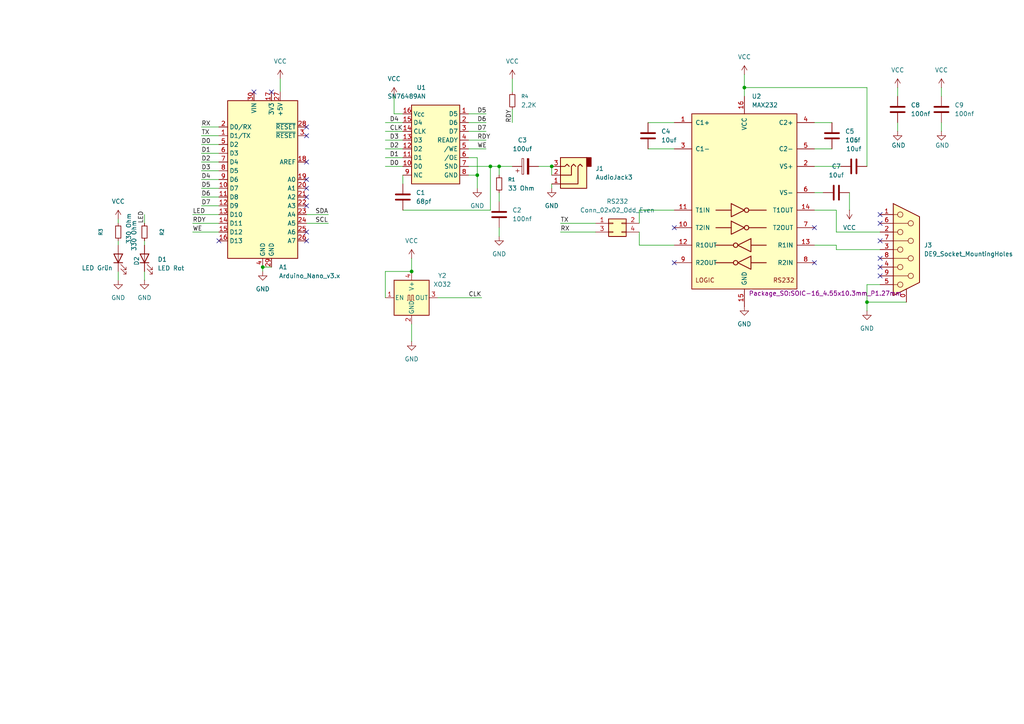
<source format=kicad_sch>
(kicad_sch (version 20250114) (generator "eeschema") (generator_version "9.0")
  (paper "A4")
  (lib_symbols
    (symbol "Audio:SN76489AN"
      (property "Reference" "U1" (at 2.1433 20.32 0))
      (property "Value" "SN76489AN" (at 2.1433 17.78 0))
      (symbol "SN76489AN_0_0"
        (rectangle (start -7.62 15.24) (end 6.35 -7.62) (stroke (width 0.254)) (fill (type background)))
      )
      (symbol "SN76489AN_1_1"
        (pin input line (at -10.16 12.7 0) (length 2.54) (name "D5") (number "1"))
        (pin input line (at -10.16 10.16 0) (length 2.54) (name "D6") (number "2"))
        (pin input line (at -10.16 7.62 0) (length 2.54) (name "D7") (number "3"))
        (pin open_collector line (at -10.16 5.08 0) (length 2.54) (name "READY") (number "4"))
        (pin input line (at -10.16 2.54 0) (length 2.54) (name "/WE") (number "5"))
        (pin input line (at -10.16 0 0) (length 2.54) (name "/OE") (number "6"))
        (pin output line (at -10.16 -2.54 0) (length 2.54) (name "SND") (number "7"))
        (pin power_in line (at -10.16 -5.08 0) (length 2.54) (name "GND") (number "8"))
        (pin power_in line (at 8.89 12.7 180) (length 2.54) (name "V_{CC}") (number "16"))
        (pin output line (at 8.89 10.16 180) (length 2.54) (name "D4") (number "15"))
        (pin input line (at 8.89 7.62 180) (length 2.54) (name "CLK") (number "14"))
        (pin input line (at 8.89 5.08 180) (length 2.54) (name "D3") (number "13"))
        (pin input line (at 8.89 2.54 180) (length 2.54) (name "D2") (number "12"))
        (pin input line (at 8.89 0 180) (length 2.54) (name "D1") (number "11"))
        (pin input line (at 8.89 -2.54 180) (length 2.54) (name "D0") (number "10"))
        (pin input line (at 8.89 -5.08 180) (length 2.54) (name "NC") (number "9"))
      )
    )
    (symbol "Connector:DE9_Socket_MountingHoles" (pin_names (offset 1.016) (hide yes))
      (property "Reference" "J" (at 0 16.51 0))
      (property "Value" "DE9_Socket_MountingHoles" (at 0 14.605 0))
      (symbol "DE9_Socket_MountingHoles_0_1"
        (polyline (pts (xy -3.81 13.335) (xy -3.81 -13.335) (xy 3.81 -9.525) (xy 3.81 9.525) (xy -3.81 13.335)) (stroke (width 0.254)) (fill (type background)))
        (polyline (pts (xy -3.81 10.16) (xy -2.54 10.16)))
        (polyline (pts (xy -3.81 7.62) (xy 0.508 7.62)))
        (polyline (pts (xy -3.81 5.08) (xy -2.54 5.08)))
        (polyline (pts (xy -3.81 2.54) (xy 0.508 2.54)))
        (polyline (pts (xy -3.81 0) (xy -2.54 0)))
        (polyline (pts (xy -3.81 -2.54) (xy 0.508 -2.54)))
        (polyline (pts (xy -3.81 -5.08) (xy -2.54 -5.08)))
        (polyline (pts (xy -3.81 -7.62) (xy 0.508 -7.62)))
        (polyline (pts (xy -3.81 -10.16) (xy -2.54 -10.16)))
        (circle (center -1.778 10.16) (radius 0.762))
        (circle (center -1.778 5.08) (radius 0.762))
        (circle (center -1.778 0) (radius 0.762))
        (circle (center -1.778 -5.08) (radius 0.762))
        (circle (center -1.778 -10.16) (radius 0.762))
        (circle (center 1.27 7.62) (radius 0.762))
        (circle (center 1.27 2.54) (radius 0.762))
        (circle (center 1.27 -2.54) (radius 0.762))
        (circle (center 1.27 -7.62) (radius 0.762))
      )
      (symbol "DE9_Socket_MountingHoles_1_1"
        (pin passive line (at -7.62 10.16 0) (length 3.81) (name "1") (number "1"))
        (pin passive line (at -7.62 7.62 0) (length 3.81) (name "6") (number "6"))
        (pin passive line (at -7.62 5.08 0) (length 3.81) (name "2") (number "2"))
        (pin passive line (at -7.62 2.54 0) (length 3.81) (name "7") (number "7"))
        (pin passive line (at -7.62 0 0) (length 3.81) (name "3") (number "3"))
        (pin passive line (at -7.62 -2.54 0) (length 3.81) (name "8") (number "8"))
        (pin passive line (at -7.62 -5.08 0) (length 3.81) (name "4") (number "4"))
        (pin passive line (at -7.62 -7.62 0) (length 3.81) (name "9") (number "9"))
        (pin passive line (at -7.62 -10.16 0) (length 3.81) (name "5") (number "5"))
        (pin passive line (at 0 -15.24 90) (length 3.81) (name "PAD") (number "0"))
      )
    )
    (symbol "Connector_Audio:AudioJack3"
      (property "Reference" "J1" (at -7.62 -1.9051 0))
      (property "Value" "AudioJack3" (at -7.62 0.6349 0))
      (symbol "AudioJack3_0_1"
        (rectangle (start -5.08 -5.08) (end -6.35 -2.54) (stroke (width 0.254)) (fill (type outline)))
        (polyline (pts (xy -1.905 -2.54) (xy -1.27 -3.175) (xy -0.635 -2.54) (xy -0.635 0) (xy 2.54 0)) (stroke (width 0.254)))
        (polyline (pts (xy 0 -2.54) (xy 0.635 -3.175) (xy 1.27 -2.54) (xy 2.54 -2.54)) (stroke (width 0.254)))
        (rectangle (start 2.54 3.81) (end -5.08 -5.08) (stroke (width 0.254)) (fill (type background)))
        (polyline (pts (xy 2.54 2.54) (xy -2.54 2.54) (xy -2.54 -2.54) (xy -3.175 -3.175) (xy -3.81 -2.54)) (stroke (width 0.254)))
      )
      (symbol "AudioJack3_1_1"
        (pin passive line (at 5.08 2.54 180) (length 2.54) (name "~") (number "1"))
        (pin passive line (at 5.08 0 180) (length 2.54) (name "~") (number "2"))
        (pin passive line (at 5.08 -2.54 180) (length 2.54) (name "~") (number "3"))
      )
    )
    (symbol "Connector_Generic:Conn_02x02_Odd_Even" (pin_names (offset 1.016) (hide yes))
      (property "Reference" "J" (at 1.27 2.54 0))
      (property "Value" "Conn_02x02_Odd_Even" (at 1.27 -5.08 0))
      (symbol "Conn_02x02_Odd_Even_1_1"
        (rectangle (start -1.27 1.27) (end 3.81 -3.81) (stroke (width 0.254)) (fill (type background)))
        (rectangle (start -1.27 0.127) (end 0 -0.127) (stroke (width 0.1524)))
        (rectangle (start -1.27 -2.413) (end 0 -2.667) (stroke (width 0.1524)))
        (rectangle (start 3.81 0.127) (end 2.54 -0.127) (stroke (width 0.1524)))
        (rectangle (start 3.81 -2.413) (end 2.54 -2.667) (stroke (width 0.1524)))
        (pin passive line (at -5.08 0 0) (length 3.81) (name "Pin_1") (number "1"))
        (pin passive line (at -5.08 -2.54 0) (length 3.81) (name "Pin_3") (number "3"))
        (pin passive line (at 7.62 0 180) (length 3.81) (name "Pin_2") (number "2"))
        (pin passive line (at 7.62 -2.54 180) (length 3.81) (name "Pin_4") (number "4"))
      )
    )
    (symbol "Device:C" (pin_numbers (hide yes)) (pin_names (offset 0.254))
      (property "Reference" "C" (at 0.635 2.54 0))
      (property "Value" "C" (at 0.635 -2.54 0))
      (symbol "C_0_1"
        (polyline (pts (xy -2.032 0.762) (xy 2.032 0.762)) (stroke (width 0.508)))
        (polyline (pts (xy -2.032 -0.762) (xy 2.032 -0.762)) (stroke (width 0.508)))
      )
      (symbol "C_1_1"
        (pin passive line (at 0 3.81 270) (length 2.794) (name "~") (number "1"))
        (pin passive line (at 0 -3.81 90) (length 2.794) (name "~") (number "2"))
      )
    )
    (symbol "Device:C_Polarized" (pin_numbers (hide yes)) (pin_names (offset 0.254))
      (property "Reference" "C" (at 0.635 2.54 0))
      (property "Value" "C_Polarized" (at 0.635 -2.54 0))
      (symbol "C_Polarized_0_1"
        (rectangle (start -2.286 0.508) (end 2.286 1.016))
        (polyline (pts (xy -1.778 2.286) (xy -0.762 2.286)))
        (polyline (pts (xy -1.27 2.794) (xy -1.27 1.778)))
        (rectangle (start 2.286 -0.508) (end -2.286 -1.016) (fill (type outline)))
      )
      (symbol "C_Polarized_1_1"
        (pin passive line (at 0 3.81 270) (length 2.794) (name "~") (number "1"))
        (pin passive line (at 0 -3.81 90) (length 2.794) (name "~") (number "2"))
      )
    )
    (symbol "Device:LED" (pin_numbers (hide yes)) (pin_names (offset 1.016) (hide yes))
      (property "Reference" "D" (at 0 2.54 0))
      (property "Value" "LED" (at 0 -2.54 0))
      (symbol "LED_0_1"
        (polyline (pts (xy -3.048 -0.762) (xy -4.572 -2.286) (xy -3.81 -2.286) (xy -4.572 -2.286) (xy -4.572 -1.524)))
        (polyline (pts (xy -1.778 -0.762) (xy -3.302 -2.286) (xy -2.54 -2.286) (xy -3.302 -2.286) (xy -3.302 -1.524)))
        (polyline (pts (xy -1.27 0) (xy 1.27 0)))
        (polyline (pts (xy -1.27 -1.27) (xy -1.27 1.27)) (stroke (width 0.254)))
        (polyline (pts (xy 1.27 -1.27) (xy 1.27 1.27) (xy -1.27 0) (xy 1.27 -1.27)) (stroke (width 0.254)))
      )
      (symbol "LED_1_1"
        (pin passive line (at -3.81 0 0) (length 2.54) (name "K") (number "1"))
        (pin passive line (at 3.81 0 180) (length 2.54) (name "A") (number "2"))
      )
    )
    (symbol "Device:R_Small" (pin_numbers (hide yes)) (pin_names (offset 0.254) (hide yes))
      (property "Reference" "R" (at 0 0 90))
      (property "Value" "R_Small" (at 1.778 0 90))
      (symbol "R_Small_0_1"
        (rectangle (start -0.762 1.778) (end 0.762 -1.778) (stroke (width 0.2032)))
      )
      (symbol "R_Small_1_1"
        (pin passive line (at 0 2.54 270) (length 0.762) (name "~") (number "1"))
        (pin passive line (at 0 -2.54 90) (length 0.762) (name "~") (number "2"))
      )
    )
    (symbol "Interface_UART:MAX232" (pin_names (offset 1.016))
      (property "Reference" "U" (at -2.54 28.575 0))
      (property "Value" "MAX232" (at -2.54 26.67 0))
      (symbol "MAX232_0_0"
        (text "LOGIC" (at -11.43 -22.86 0) (effects (font (size 1.27 1.27))))
        (text "RS232" (at 11.43 -22.86 0) (effects (font (size 1.27 1.27))))
      )
      (symbol "MAX232_0_1"
        (rectangle (start -15.24 -25.4) (end 15.24 25.4) (stroke (width 0.254)) (fill (type background)))
        (polyline (pts (xy -3.81 -0.635) (xy -3.81 -4.445) (xy 0 -2.54) (xy -3.81 -0.635)) (stroke (width 0.254)))
        (polyline (pts (xy -3.81 -2.54) (xy -8.255 -2.54)) (stroke (width 0.254)))
        (polyline (pts (xy -3.81 -5.715) (xy -3.81 -9.525) (xy 0 -7.62) (xy -3.81 -5.715)) (stroke (width 0.254)))
        (polyline (pts (xy -3.81 -7.62) (xy -8.255 -7.62)) (stroke (width 0.254)))
        (polyline (pts (xy -3.175 -12.7) (xy -8.255 -12.7)) (stroke (width 0.254)))
        (polyline (pts (xy -3.175 -17.78) (xy -8.255 -17.78)) (stroke (width 0.254)))
        (circle (center -2.54 -12.7) (radius 0.635) (stroke (width 0.254)))
        (circle (center -2.54 -17.78) (radius 0.635) (stroke (width 0.254)))
        (circle (center 0.635 -2.54) (radius 0.635) (stroke (width 0.254)))
        (circle (center 0.635 -7.62) (radius 0.635) (stroke (width 0.254)))
        (polyline (pts (xy 1.27 -2.54) (xy 6.35 -2.54)) (stroke (width 0.254)))
        (polyline (pts (xy 1.27 -7.62) (xy 6.35 -7.62)) (stroke (width 0.254)))
        (polyline (pts (xy 1.905 -10.795) (xy 1.905 -14.605) (xy -1.905 -12.7) (xy 1.905 -10.795)) (stroke (width 0.254)))
        (polyline (pts (xy 1.905 -12.7) (xy 6.35 -12.7)) (stroke (width 0.254)))
        (polyline (pts (xy 1.905 -15.875) (xy 1.905 -19.685) (xy -1.905 -17.78) (xy 1.905 -15.875)) (stroke (width 0.254)))
        (polyline (pts (xy 1.905 -17.78) (xy 6.35 -17.78)) (stroke (width 0.254)))
      )
      (symbol "MAX232_1_1"
        (pin passive line (at -20.32 22.86 0) (length 5.08) (name "C1+") (number "1"))
        (pin passive line (at -20.32 15.24 0) (length 5.08) (name "C1-") (number "3"))
        (pin input line (at -20.32 -2.54 0) (length 5.08) (name "T1IN") (number "11"))
        (pin input line (at -20.32 -7.62 0) (length 5.08) (name "T2IN") (number "10"))
        (pin output line (at -20.32 -12.7 0) (length 5.08) (name "R1OUT") (number "12"))
        (pin output line (at -20.32 -17.78 0) (length 5.08) (name "R2OUT") (number "9"))
        (pin power_in line (at 0 30.48 270) (length 5.08) (name "VCC") (number "16"))
        (pin power_in line (at 0 -30.48 90) (length 5.08) (name "GND") (number "15"))
        (pin passive line (at 20.32 22.86 180) (length 5.08) (name "C2+") (number "4"))
        (pin passive line (at 20.32 15.24 180) (length 5.08) (name "C2-") (number "5"))
        (pin power_out line (at 20.32 10.16 180) (length 5.08) (name "VS+") (number "2"))
        (pin power_out line (at 20.32 2.54 180) (length 5.08) (name "VS-") (number "6"))
        (pin output line (at 20.32 -2.54 180) (length 5.08) (name "T1OUT") (number "14"))
        (pin output line (at 20.32 -7.62 180) (length 5.08) (name "T2OUT") (number "7"))
        (pin input line (at 20.32 -12.7 180) (length 5.08) (name "R1IN") (number "13"))
        (pin input line (at 20.32 -17.78 180) (length 5.08) (name "R2IN") (number "8"))
      )
    )
    (symbol "MCU_Module:Arduino_Nano_v3.x"
      (property "Reference" "A" (at -10.16 23.495 0))
      (property "Value" "Arduino_Nano_v3.x" (at 5.08 -24.13 0))
      (symbol "Arduino_Nano_v3.x_0_1"
        (rectangle (start -10.16 22.86) (end 10.16 -22.86) (stroke (width 0.254)) (fill (type background)))
      )
      (symbol "Arduino_Nano_v3.x_1_1"
        (pin bidirectional line (at -12.7 15.24 0) (length 2.54) (name "D0/RX") (number "2"))
        (pin bidirectional line (at -12.7 12.7 0) (length 2.54) (name "D1/TX") (number "1"))
        (pin bidirectional line (at -12.7 10.16 0) (length 2.54) (name "D2") (number "5"))
        (pin bidirectional line (at -12.7 7.62 0) (length 2.54) (name "D3") (number "6"))
        (pin bidirectional line (at -12.7 5.08 0) (length 2.54) (name "D4") (number "7"))
        (pin bidirectional line (at -12.7 2.54 0) (length 2.54) (name "D5") (number "8"))
        (pin bidirectional line (at -12.7 0 0) (length 2.54) (name "D6") (number "9"))
        (pin bidirectional line (at -12.7 -2.54 0) (length 2.54) (name "D7") (number "10"))
        (pin bidirectional line (at -12.7 -5.08 0) (length 2.54) (name "D8") (number "11"))
        (pin bidirectional line (at -12.7 -7.62 0) (length 2.54) (name "D9") (number "12"))
        (pin bidirectional line (at -12.7 -10.16 0) (length 2.54) (name "D10") (number "13"))
        (pin bidirectional line (at -12.7 -12.7 0) (length 2.54) (name "D11") (number "14"))
        (pin bidirectional line (at -12.7 -15.24 0) (length 2.54) (name "D12") (number "15"))
        (pin bidirectional line (at -12.7 -17.78 0) (length 2.54) (name "D13") (number "16"))
        (pin power_in line (at -2.54 25.4 270) (length 2.54) (name "VIN") (number "30"))
        (pin power_in line (at 0 -25.4 90) (length 2.54) (name "GND") (number "4"))
        (pin power_out line (at 2.54 25.4 270) (length 2.54) (name "3V3") (number "17"))
        (pin power_in line (at 2.54 -25.4 90) (length 2.54) (name "GND") (number "29"))
        (pin power_out line (at 5.08 25.4 270) (length 2.54) (name "+5V") (number "27"))
        (pin input line (at 12.7 15.24 180) (length 2.54) (name "~{RESET}") (number "28"))
        (pin input line (at 12.7 12.7 180) (length 2.54) (name "~{RESET}") (number "3"))
        (pin input line (at 12.7 5.08 180) (length 2.54) (name "AREF") (number "18"))
        (pin bidirectional line (at 12.7 0 180) (length 2.54) (name "A0") (number "19"))
        (pin bidirectional line (at 12.7 -2.54 180) (length 2.54) (name "A1") (number "20"))
        (pin bidirectional line (at 12.7 -5.08 180) (length 2.54) (name "A2") (number "21"))
        (pin bidirectional line (at 12.7 -7.62 180) (length 2.54) (name "A3") (number "22"))
        (pin bidirectional line (at 12.7 -10.16 180) (length 2.54) (name "A4") (number "23"))
        (pin bidirectional line (at 12.7 -12.7 180) (length 2.54) (name "A5") (number "24"))
        (pin bidirectional line (at 12.7 -15.24 180) (length 2.54) (name "A6") (number "25"))
        (pin bidirectional line (at 12.7 -17.78 180) (length 2.54) (name "A7") (number "26"))
      )
    )
    (symbol "Oscillator:XO32" (pin_names (offset 0.254))
      (property "Reference" "Y" (at -5.08 6.35 0))
      (property "Value" "XO32" (at 1.27 -6.35 0))
      (symbol "XO32_0_1"
        (rectangle (start -5.08 5.08) (end 5.08 -5.08) (stroke (width 0.254)) (fill (type background)))
        (polyline (pts (xy -1.27 -0.762) (xy -1.016 -0.762) (xy -1.016 0.762) (xy -0.508 0.762) (xy -0.508 -0.762) (xy 0 -0.762) (xy 0 0.762) (xy 0.508 0.762) (xy 0.508 -0.762) (xy 0.762 -0.762)))
      )
      (symbol "XO32_1_1"
        (pin input line (at -7.62 0 0) (length 2.54) (name "EN") (number "1"))
        (pin power_in line (at 0 7.62 270) (length 2.54) (name "V+") (number "4"))
        (pin power_in line (at 0 -7.62 90) (length 2.54) (name "GND") (number "2"))
        (pin output line (at 7.62 0 180) (length 2.54) (name "OUT") (number "3"))
      )
    )
    (symbol "power:GND" (power) (pin_numbers (hide yes)) (pin_names (offset 0) (hide yes))
      (property "Value" "GND" (at 0 -3.81 0))
      (symbol "GND_0_1"
        (polyline (pts (xy 0 0) (xy 0 -1.27) (xy 1.27 -1.27) (xy 0 -2.54) (xy -1.27 -1.27) (xy 0 -1.27)))
      )
      (symbol "GND_1_1"
        (pin power_in line (at 0 0 270) (length 0) (name "~") (number "1"))
      )
    )
    (symbol "power:VCC" (power) (pin_numbers (hide yes)) (pin_names (offset 0) (hide yes))
      (property "Value" "VCC" (at 0 3.556 0))
      (symbol "VCC_0_1"
        (polyline (pts (xy -0.762 1.27) (xy 0 2.54)))
        (polyline (pts (xy 0 2.54) (xy 0.762 1.27)))
        (polyline (pts (xy 0 0) (xy 0 2.54)))
      )
      (symbol "VCC_1_1"
        (pin power_in line (at 0 0 90) (length 0) (name "~") (number "1"))
      )
    )
  )
  (junction (at 76.2 77.47))
  (junction (at 119.38 78.74))
  (junction (at 142.24 48.26))
  (junction (at 251.46 87.63))
  (junction (at 144.78 48.26))
  (junction (at 160.02 48.26))
  (junction (at 138.43 50.8))
  (junction (at 215.9 25.4))
  (no_connect (at 236.22 76.2))
  (no_connect (at 255.27 64.77))
  (no_connect (at 88.9 59.69))
  (no_connect (at 88.9 57.15))
  (no_connect (at 236.22 66.04))
  (no_connect (at 195.58 76.2))
  (no_connect (at 88.9 67.31))
  (no_connect (at 255.27 77.47))
  (no_connect (at 73.66 26.67))
  (no_connect (at 88.9 52.07))
  (no_connect (at 255.27 62.23))
  (no_connect (at 88.9 39.37))
  (no_connect (at 88.9 36.83))
  (no_connect (at 88.9 46.99))
  (no_connect (at 78.74 26.67))
  (no_connect (at 88.9 69.85))
  (no_connect (at 255.27 74.93))
  (no_connect (at 88.9 54.61))
  (no_connect (at 255.27 69.85))
  (no_connect (at 195.58 66.04))
  (no_connect (at 255.27 80.01))
  (no_connect (at 63.5 69.85))
  (wire (pts (xy 41.91 69.85) (xy 41.91 71.12)))
  (wire (pts (xy 58.42 49.53) (xy 63.5 49.53)))
  (wire (pts (xy 88.9 64.77) (xy 95.25 64.77)))
  (wire (pts (xy 58.42 52.07) (xy 63.5 52.07)))
  (wire (pts (xy 187.96 35.56) (xy 195.58 35.56)))
  (wire (pts (xy 127 86.36) (xy 139.7 86.36)))
  (wire (pts (xy 135.89 35.56) (xy 140.97 35.56)))
  (wire (pts (xy 260.35 25.4) (xy 260.35 27.94)))
  (wire (pts (xy 236.22 35.56) (xy 241.3 35.56)))
  (wire (pts (xy 81.28 22.86) (xy 81.28 26.67)))
  (wire (pts (xy 111.76 78.74) (xy 111.76 86.36)))
  (wire (pts (xy 88.9 62.23) (xy 95.25 62.23)))
  (wire (pts (xy 119.38 74.93) (xy 119.38 78.74)))
  (wire (pts (xy 41.91 62.23) (xy 41.91 64.77)))
  (wire (pts (xy 135.89 38.1) (xy 140.97 38.1)))
  (wire (pts (xy 135.89 43.18) (xy 140.97 43.18)))
  (wire (pts (xy 111.76 35.56) (xy 116.84 35.56)))
  (wire (pts (xy 251.46 82.55) (xy 251.46 87.63)))
  (wire (pts (xy 251.46 87.63) (xy 251.46 90.17)))
  (wire (pts (xy 58.42 54.61) (xy 63.5 54.61)))
  (wire (pts (xy 187.96 43.18) (xy 195.58 43.18)))
  (wire (pts (xy 160.02 53.34) (xy 160.02 54.61)))
  (wire (pts (xy 114.3 27.94) (xy 114.3 33.02)))
  (wire (pts (xy 34.29 69.85) (xy 34.29 71.12)))
  (wire (pts (xy 135.89 40.64) (xy 140.97 40.64)))
  (wire (pts (xy 160.02 48.26) (xy 160.02 50.8)))
  (wire (pts (xy 144.78 66.04) (xy 144.78 68.58)))
  (wire (pts (xy 58.42 44.45) (xy 63.5 44.45)))
  (wire (pts (xy 255.27 72.39) (xy 242.57 72.39)))
  (wire (pts (xy 260.35 35.56) (xy 260.35 38.1)))
  (wire (pts (xy 236.22 43.18) (xy 241.3 43.18)))
  (wire (pts (xy 215.9 25.4) (xy 215.9 27.94)))
  (wire (pts (xy 116.84 50.8) (xy 116.84 53.34)))
  (wire (pts (xy 148.59 22.86) (xy 148.59 26.67)))
  (wire (pts (xy 55.88 64.77) (xy 63.5 64.77)))
  (wire (pts (xy 116.84 60.96) (xy 142.24 60.96)))
  (wire (pts (xy 273.05 25.4) (xy 273.05 27.94)))
  (wire (pts (xy 135.89 45.72) (xy 138.43 45.72)))
  (wire (pts (xy 242.57 67.31) (xy 255.27 67.31)))
  (wire (pts (xy 58.42 59.69) (xy 63.5 59.69)))
  (wire (pts (xy 135.89 48.26) (xy 142.24 48.26)))
  (wire (pts (xy 242.57 60.96) (xy 242.57 67.31)))
  (wire (pts (xy 55.88 62.23) (xy 63.5 62.23)))
  (wire (pts (xy 76.2 77.47) (xy 76.2 78.74)))
  (wire (pts (xy 148.59 31.75) (xy 148.59 35.56)))
  (wire (pts (xy 144.78 50.8) (xy 144.78 48.26)))
  (wire (pts (xy 251.46 48.26) (xy 251.46 25.4)))
  (wire (pts (xy 111.76 40.64) (xy 116.84 40.64)))
  (wire (pts (xy 119.38 78.74) (xy 111.76 78.74)))
  (wire (pts (xy 135.89 33.02) (xy 140.97 33.02)))
  (wire (pts (xy 273.05 35.56) (xy 273.05 38.1)))
  (wire (pts (xy 242.57 71.12) (xy 236.22 71.12)))
  (wire (pts (xy 215.9 21.59) (xy 215.9 25.4)))
  (wire (pts (xy 236.22 48.26) (xy 243.84 48.26)))
  (wire (pts (xy 144.78 48.26) (xy 148.59 48.26)))
  (wire (pts (xy 111.76 43.18) (xy 116.84 43.18)))
  (wire (pts (xy 111.76 38.1) (xy 116.84 38.1)))
  (wire (pts (xy 185.42 60.96) (xy 195.58 60.96)))
  (wire (pts (xy 251.46 87.63) (xy 262.89 87.63)))
  (wire (pts (xy 34.29 78.74) (xy 34.29 81.28)))
  (wire (pts (xy 41.91 78.74) (xy 41.91 81.28)))
  (wire (pts (xy 251.46 25.4) (xy 215.9 25.4)))
  (wire (pts (xy 58.42 46.99) (xy 63.5 46.99)))
  (wire (pts (xy 162.56 64.77) (xy 172.72 64.77)))
  (wire (pts (xy 162.56 67.31) (xy 172.72 67.31)))
  (wire (pts (xy 185.42 60.96) (xy 185.42 64.77)))
  (wire (pts (xy 142.24 48.26) (xy 144.78 48.26)))
  (wire (pts (xy 58.42 57.15) (xy 63.5 57.15)))
  (wire (pts (xy 255.27 82.55) (xy 251.46 82.55)))
  (wire (pts (xy 111.76 48.26) (xy 116.84 48.26)))
  (wire (pts (xy 144.78 55.88) (xy 144.78 58.42)))
  (wire (pts (xy 55.88 67.31) (xy 63.5 67.31)))
  (wire (pts (xy 156.21 48.26) (xy 160.02 48.26)))
  (wire (pts (xy 138.43 45.72) (xy 138.43 50.8)))
  (wire (pts (xy 138.43 50.8) (xy 138.43 54.61)))
  (wire (pts (xy 138.43 50.8) (xy 135.89 50.8)))
  (wire (pts (xy 58.42 41.91) (xy 63.5 41.91)))
  (wire (pts (xy 116.84 33.02) (xy 114.3 33.02)))
  (wire (pts (xy 58.42 39.37) (xy 63.5 39.37)))
  (wire (pts (xy 142.24 48.26) (xy 142.24 60.96)))
  (wire (pts (xy 246.38 55.88) (xy 246.38 60.96)))
  (wire (pts (xy 185.42 71.12) (xy 195.58 71.12)))
  (wire (pts (xy 76.2 77.47) (xy 78.74 77.47)))
  (wire (pts (xy 242.57 72.39) (xy 242.57 71.12)))
  (wire (pts (xy 119.38 93.98) (xy 119.38 99.06)))
  (wire (pts (xy 58.42 36.83) (xy 63.5 36.83)))
  (wire (pts (xy 34.29 63.5) (xy 34.29 64.77)))
  (wire (pts (xy 236.22 60.96) (xy 242.57 60.96)))
  (wire (pts (xy 111.76 45.72) (xy 116.84 45.72)))
  (wire (pts (xy 236.22 55.88) (xy 238.76 55.88)))
  (wire (pts (xy 185.42 67.31) (xy 185.42 71.12)))
  (label "D1" (at 58.42 44.45 0))
  (label "D4" (at 58.42 52.07 0))
  (label "RDY" (at 138.43 40.64 0))
  (label "TX" (at 162.56 64.77 0))
  (label "D5" (at 58.42 54.61 0))
  (label "SCL" (at 91.44 64.77 0))
  (label "WE" (at 55.88 67.31 0))
  (label "CLK" (at 113.03 38.1 0))
  (label "D6" (at 58.42 57.15 0))
  (label "D6" (at 138.43 35.56 0))
  (label "RX" (at 58.42 36.83 0))
  (label "D0" (at 58.42 41.91 0))
  (label "D7" (at 58.42 59.69 0))
  (label "TX" (at 58.42 39.37 0))
  (label "LED" (at 41.91 64.77 90))
  (label "D2" (at 113.03 43.18 0))
  (label "D0" (at 113.03 48.26 0))
  (label "D5" (at 138.43 33.02 0))
  (label "RX" (at 162.56 67.31 0))
  (label "LED" (at 55.88 62.23 0))
  (label "D4" (at 113.03 35.56 0))
  (label "D7" (at 138.43 38.1 0))
  (label "D3" (at 113.03 40.64 0))
  (label "D3" (at 58.42 49.53 0))
  (label "D2" (at 58.42 46.99 0))
  (label "RDY" (at 148.59 35.56 90))
  (label "D1" (at 113.03 45.72 0))
  (label "WE" (at 138.43 43.18 0))
  (label "SDA" (at 91.44 62.23 0))
  (label "CLK" (at 135.89 86.36 0))
  (label "RDY" (at 55.88 64.77 0))
  (symbol (lib_id "Device:C") (at 187.96 39.37 180) (unit 1)
    (property "Reference" "C4" (at 191.77 38.0999 0) (effects (justify right)))
    (property "Value" "10uf" (at 191.77 40.6399 0) (effects (justify right)))
    (property "Footprint" "Capacitor_SMD:C_0603_1608Metric_Pad1.08x0.95mm_HandSolder" (effects (hide yes)))
    (property "Description" "Unpolarized capacitor" (effects (hide yes)))
  )
  (symbol (lib_id "Device:R_Small") (at 34.29 67.31 0) (unit 1)
    (property "Reference" "R3" (at 29.21 67.31 90) (effects (font (size 1.016 1.016))))
    (property "Value" "330 Ohm" (at 37.338 66.294 90))
    (property "Footprint" "Resistor_SMD:R_0603_1608Metric_Pad0.98x0.95mm_HandSolder" (effects (hide yes)))
    (property "Description" "Resistor, small symbol" (effects (hide yes)))
  )
  (symbol (lib_id "Device:C") (at 247.65 48.26 270) (unit 1)
    (property "Reference" "C6" (at 247.65 40.64 90))
    (property "Value" "10uf" (at 247.65 43.18 90))
    (property "Footprint" "Capacitor_SMD:C_0603_1608Metric_Pad1.08x0.95mm_HandSolder" (effects (hide yes)))
    (property "Description" "Unpolarized capacitor" (effects (hide yes)))
  )
  (symbol (lib_id "power:GND") (at 251.46 90.17 0) (unit 1)
    (property "Reference" "#PWR017" (effects (hide yes)))
    (property "Value" "GND" (at 251.46 95.25 0))
    (property "Description" "Power symbol creates a global label with name \"GND\" , ground" (effects (hide yes)))
  )
  (symbol (lib_id "Interface_UART:MAX232") (at 215.9 58.42 0) (unit 1)
    (property "Reference" "U2" (at 218.0433 27.94 0) (effects (justify left)))
    (property "Value" "MAX232" (at 218.0433 30.48 0) (effects (justify left)))
    (property "Footprint" "Package_SO:SOIC-16_4.55x10.3mm_P1.27mm" (at 217.17 85.09 0) (effects (justify left)))
    (property "Datasheet" "http://www.ti.com/lit/ds/symlink/max232.pdf" (effects (hide yes)))
    (property "Description" "Dual RS232 driver/receiver, 5V supply, 120kb/s, 0C-70C" (effects (hide yes)))
  )
  (symbol (lib_id "power:GND") (at 260.35 38.1 0) (unit 1)
    (property "Reference" "#PWR07" (effects (hide yes)))
    (property "Value" "GND" (at 260.604 42.164 0))
    (property "Description" "Power symbol creates a global label with name \"GND\" , ground" (effects (hide yes)))
  )
  (symbol (lib_id "Connector_Generic:Conn_02x02_Odd_Even") (at 177.8 64.77 0) (unit 1)
    (property "Reference" "RS232" (at 179.07 58.42 0))
    (property "Value" "Conn_02x02_Odd_Even" (at 179.07 60.96 0))
    (property "Footprint" "Connector_PinHeader_2.54mm:PinHeader_2x02_P2.54mm_Vertical" (effects (hide yes)))
    (property "Description" "Generic connector, double row, 02x02, odd/even pin numbering scheme (row 1 odd numbers, row 2 even numbers), script generated (kicad-library-utils/schlib/autogen/connector/)" (effects (hide yes)))
  )
  (symbol (lib_id "Device:C") (at 273.05 31.75 180) (unit 1)
    (property "Reference" "C9" (at 276.86 30.4799 0) (effects (justify right)))
    (property "Value" "100nf" (at 276.86 33.0199 0) (effects (justify right)))
    (property "Footprint" "Capacitor_SMD:C_0603_1608Metric_Pad1.08x0.95mm_HandSolder" (effects (hide yes)))
    (property "Description" "Unpolarized capacitor" (effects (hide yes)))
  )
  (symbol (lib_id "Device:R_Small") (at 144.78 53.34 0) (unit 1)
    (property "Reference" "R1" (at 147.32 52.0699 0) (effects (font (size 1.016 1.016)) (justify left)))
    (property "Value" "33 Ohm" (at 147.32 54.6099 0) (effects (justify left)))
    (property "Footprint" "Resistor_SMD:R_0603_1608Metric_Pad0.98x0.95mm_HandSolder" (effects (hide yes)))
    (property "Description" "Resistor, small symbol" (effects (hide yes)))
  )
  (symbol (lib_id "power:GND") (at 160.02 54.61 0) (unit 1)
    (property "Reference" "#PWR03" (effects (hide yes)))
    (property "Value" "GND" (at 160.02 59.69 0))
    (property "Description" "Power symbol creates a global label with name \"GND\" , ground" (effects (hide yes)))
  )
  (symbol (lib_id "power:GND") (at 144.78 68.58 0) (unit 1)
    (property "Reference" "#PWR01" (effects (hide yes)))
    (property "Value" "GND" (at 144.78 73.66 0))
    (property "Description" "Power symbol creates a global label with name \"GND\" , ground" (effects (hide yes)))
  )
  (symbol (lib_id "Device:C_Polarized") (at 152.4 48.26 90) (unit 1)
    (property "Reference" "C3" (at 151.511 40.64 90))
    (property "Value" "100uf" (at 151.511 43.18 90))
    (property "Footprint" "Capacitor_Tantalum_SMD:CP_EIA-3216-10_Kemet-I_HandSolder" (effects (hide yes)))
    (property "Description" "Polarized capacitor" (effects (hide yes)))
  )
  (symbol (lib_id "Device:LED") (at 34.29 74.93 90) (unit 1)
    (property "Reference" "D2" (at 39.624 75.692 0))
    (property "Value" "LED Grün" (at 28.194 77.724 90))
    (property "Footprint" "LED_SMD:LED_0603_1608Metric_Pad1.05x0.95mm_HandSolder" (effects (hide yes)))
    (property "Description" "Light emitting diode" (effects (hide yes)))
    (property "Sim.Pins" "1=K 2=A" (effects (hide yes)))
  )
  (symbol (lib_id "Device:C") (at 242.57 55.88 270) (unit 1)
    (property "Reference" "C7" (at 242.57 48.26 90))
    (property "Value" "10uf" (at 242.57 50.8 90))
    (property "Footprint" "Capacitor_SMD:C_0603_1608Metric_Pad1.08x0.95mm_HandSolder" (effects (hide yes)))
    (property "Description" "Unpolarized capacitor" (effects (hide yes)))
  )
  (symbol (lib_id "power:GND") (at 119.38 99.06 0) (unit 1)
    (property "Reference" "#PWR08" (effects (hide yes)))
    (property "Value" "GND" (at 119.38 104.14 0))
    (property "Description" "Power symbol creates a global label with name \"GND\" , ground" (effects (hide yes)))
  )
  (symbol (lib_id "power:VCC") (at 119.38 74.93 0) (unit 1)
    (property "Reference" "#PWR09" (effects (hide yes)))
    (property "Value" "VCC" (at 119.38 69.85 0))
    (property "Description" "Power symbol creates a global label with name \"VCC\"" (effects (hide yes)))
  )
  (symbol (lib_id "power:VCC") (at 114.3 27.94 0) (unit 1)
    (property "Reference" "#PWR04" (effects (hide yes)))
    (property "Value" "VCC" (at 114.3 22.86 0))
    (property "Description" "Power symbol creates a global label with name \"VCC\"" (effects (hide yes)))
  )
  (symbol (lib_id "Device:LED") (at 41.91 74.93 90) (unit 1)
    (property "Reference" "D1" (at 45.72 75.2474 90) (effects (justify right)))
    (property "Value" "LED Rot" (at 45.72 77.7874 90) (effects (justify right)))
    (property "Footprint" "LED_SMD:LED_0603_1608Metric_Pad1.05x0.95mm_HandSolder" (effects (hide yes)))
    (property "Description" "Light emitting diode" (effects (hide yes)))
    (property "Sim.Pins" "1=K 2=A" (effects (hide yes)))
  )
  (symbol (lib_id "Connector_Audio:AudioJack3") (at 165.1 50.8 180) (unit 1)
    (property "Reference" "J1" (at 172.72 48.8949 0) (effects (justify right)))
    (property "Value" "AudioJack3" (at 172.72 51.4349 0) (effects (justify right)))
    (property "Footprint" "jack_audio:jack_3.5_pj313d-smt" (effects (hide yes)))
    (property "Description" "Audio Jack, 3 Poles (Stereo / TRS)" (effects (hide yes)))
  )
  (symbol (lib_id "power:GND") (at 138.43 54.61 0) (unit 1)
    (property "Reference" "#PWR02" (effects (hide yes)))
    (property "Value" "GND" (at 138.43 59.69 0))
    (property "Description" "Power symbol creates a global label with name \"GND\" , ground" (effects (hide yes)))
  )
  (symbol (lib_id "power:VCC") (at 260.35 25.4 0) (unit 1)
    (property "Reference" "#PWR06" (effects (hide yes)))
    (property "Value" "VCC" (at 260.35 20.32 0))
    (property "Description" "Power symbol creates a global label with name \"VCC\"" (effects (hide yes)))
  )
  (symbol (lib_id "Device:C") (at 144.78 62.23 180) (unit 1)
    (property "Reference" "C2" (at 148.59 60.9599 0) (effects (justify right)))
    (property "Value" "100nf" (at 148.59 63.4999 0) (effects (justify right)))
    (property "Footprint" "Capacitor_SMD:C_0603_1608Metric_Pad1.08x0.95mm_HandSolder" (effects (hide yes)))
    (property "Description" "Unpolarized capacitor" (effects (hide yes)))
  )
  (symbol (lib_id "power:GND") (at 76.2 78.74 0) (unit 1)
    (property "Reference" "#PWR010" (effects (hide yes)))
    (property "Value" "GND" (at 76.2 83.82 0))
    (property "Description" "Power symbol creates a global label with name \"GND\" , ground" (effects (hide yes)))
  )
  (symbol (lib_id "power:VCC") (at 81.28 22.86 0) (unit 1)
    (property "Reference" "#PWR05" (effects (hide yes)))
    (property "Value" "VCC" (at 81.28 17.78 0))
    (property "Description" "Power symbol creates a global label with name \"VCC\"" (effects (hide yes)))
  )
  (symbol (lib_id "power:VCC") (at 246.38 60.96 180) (unit 1)
    (property "Reference" "#PWR016" (effects (hide yes)))
    (property "Value" "VCC" (at 246.38 66.04 0))
    (property "Description" "Power symbol creates a global label with name \"VCC\"" (effects (hide yes)))
  )
  (symbol (lib_id "Device:C") (at 241.3 39.37 180) (unit 1)
    (property "Reference" "C5" (at 245.11 38.0999 0) (effects (justify right)))
    (property "Value" "10uf" (at 245.11 40.6399 0) (effects (justify right)))
    (property "Footprint" "Capacitor_SMD:C_0603_1608Metric_Pad1.08x0.95mm_HandSolder" (effects (hide yes)))
    (property "Description" "Unpolarized capacitor" (effects (hide yes)))
  )
  (symbol (lib_id "Oscillator:XO32") (at 119.38 86.36 0) (unit 1)
    (property "Reference" "Y2" (at 128.27 79.9398 0))
    (property "Value" "XO32" (at 128.27 82.4798 0))
    (property "Footprint" "Oscillator:Oscillator_SMD_EuroQuartz_XO32-4Pin_3.2x2.5mm" (effects (hide yes)))
    (property "Datasheet" "http://cdn-reichelt.de/documents/datenblatt/B400/XO32.pdf" (effects (hide yes)))
    (property "Description" "HCMOS Clock Oscillator" (effects (hide yes)))
  )
  (symbol (lib_id "power:GND") (at 215.9 88.9 0) (unit 1)
    (property "Reference" "#PWR011" (effects (hide yes)))
    (property "Value" "GND" (at 215.9 93.98 0))
    (property "Description" "Power symbol creates a global label with name \"GND\" , ground" (effects (hide yes)))
  )
  (symbol (lib_id "Device:C") (at 116.84 57.15 180) (unit 1)
    (property "Reference" "C1" (at 120.65 55.8799 0) (effects (justify right)))
    (property "Value" "68pf" (at 120.65 58.4199 0) (effects (justify right)))
    (property "Footprint" "Capacitor_SMD:C_0603_1608Metric_Pad1.08x0.95mm_HandSolder" (effects (hide yes)))
    (property "Description" "Unpolarized capacitor" (effects (hide yes)))
  )
  (symbol (lib_id "power:VCC") (at 273.05 25.4 0) (unit 1)
    (property "Reference" "#PWR018" (effects (hide yes)))
    (property "Value" "VCC" (at 273.05 20.32 0))
    (property "Description" "Power symbol creates a global label with name \"VCC\"" (effects (hide yes)))
  )
  (symbol (lib_id "MCU_Module:Arduino_Nano_v3.x") (at 76.2 52.07 0) (unit 1)
    (property "Reference" "A1" (at 80.8833 77.47 0) (effects (justify left)))
    (property "Value" "Arduino_Nano_v3.x" (at 80.8833 80.01 0) (effects (justify left)))
    (property "Footprint" "Module:Arduino_Nano" (effects (hide yes)))
    (property "Datasheet" "http://www.mouser.com/pdfdocs/Gravitech_Arduino_Nano3_0.pdf" (effects (hide yes)))
    (property "Description" "Arduino Nano v3.x" (effects (hide yes)))
  )
  (symbol (lib_id "Device:R_Small") (at 148.59 29.21 0) (unit 1)
    (property "Reference" "R4" (at 151.13 27.9399 0) (effects (font (size 1.016 1.016)) (justify left)))
    (property "Value" "2,2K" (at 151.13 30.4799 0) (effects (justify left)))
    (property "Footprint" "Resistor_SMD:R_0603_1608Metric_Pad0.98x0.95mm_HandSolder" (effects (hide yes)))
    (property "Description" "Resistor, small symbol" (effects (hide yes)))
  )
  (symbol (lib_id "power:VCC") (at 215.9 21.59 0) (unit 1)
    (property "Reference" "#PWR015" (effects (hide yes)))
    (property "Value" "VCC" (at 215.9 16.51 0))
    (property "Description" "Power symbol creates a global label with name \"VCC\"" (effects (hide yes)))
  )
  (symbol (lib_id "power:GND") (at 34.29 81.28 0) (unit 1)
    (property "Reference" "#PWR013" (effects (hide yes)))
    (property "Value" "GND" (at 34.29 86.36 0))
    (property "Description" "Power symbol creates a global label with name \"GND\" , ground" (effects (hide yes)))
  )
  (symbol (lib_id "Connector:DE9_Socket_MountingHoles") (at 262.89 72.39 0) (unit 1)
    (property "Reference" "J3" (at 267.97 71.1199 0) (effects (justify left)))
    (property "Value" "DE9_Socket_MountingHoles" (at 267.97 73.6599 0) (effects (justify left)))
    (property "Footprint" "Connector_Dsub:DSUB-9_Socket_Horizontal_P2.77x2.84mm_EdgePinOffset4.94mm_Housed_MountingHolesOffset4.94mm" (effects (hide yes)))
    (property "Description" "9-pin D-SUB connector, socket (female), Mounting Hole" (effects (hide yes)))
  )
  (symbol (lib_id "Device:R_Small") (at 41.91 67.31 180) (unit 1)
    (property "Reference" "R2" (at 46.99 67.31 90) (effects (font (size 1.016 1.016))))
    (property "Value" "330 Ohm" (at 38.862 68.326 90))
    (property "Footprint" "Resistor_SMD:R_0603_1608Metric_Pad0.98x0.95mm_HandSolder" (effects (hide yes)))
    (property "Description" "Resistor, small symbol" (effects (hide yes)))
  )
  (symbol (lib_id "Audio:SN76489AN") (at 125.73 45.72 0) (mirror y) (unit 1)
    (property "Reference" "U1" (at 123.5867 25.4 0) (effects (justify left)))
    (property "Value" "SN76489AN" (at 123.5867 27.94 0) (effects (justify left)))
    (property "Footprint" "Package_DIP:DIP-16_W7.62mm" (effects (hide yes)))
    (property "Datasheet" "https://www.vgmpf.com/Wiki/images/7/78/SN76489AN_-_Manual.pdf" (effects (hide yes)))
    (property "Description" "Digital Complex Sound Generator, 3 square wave channels, 1 noise channel, up to 4MHz clock input, DIP-16" (effects (hide yes)))
  )
  (symbol (lib_id "power:VCC") (at 148.59 22.86 0) (unit 1)
    (property "Reference" "#PWR022" (effects (hide yes)))
    (property "Value" "VCC" (at 148.59 17.78 0))
    (property "Description" "Power symbol creates a global label with name \"VCC\"" (effects (hide yes)))
  )
  (symbol (lib_id "power:VCC") (at 34.29 63.5 0) (unit 1)
    (property "Reference" "#PWR012" (effects (hide yes)))
    (property "Value" "VCC" (at 34.29 58.42 0))
    (property "Description" "Power symbol creates a global label with name \"VCC\"" (effects (hide yes)))
  )
  (symbol (lib_id "power:GND") (at 41.91 81.28 0) (unit 1)
    (property "Reference" "#PWR014" (effects (hide yes)))
    (property "Value" "GND" (at 41.91 86.36 0))
    (property "Description" "Power symbol creates a global label with name \"GND\" , ground" (effects (hide yes)))
  )
  (symbol (lib_id "Device:C") (at 260.35 31.75 180) (unit 1)
    (property "Reference" "C8" (at 264.16 30.4799 0) (effects (justify right)))
    (property "Value" "100nf" (at 264.16 33.0199 0) (effects (justify right)))
    (property "Footprint" "Capacitor_SMD:C_0603_1608Metric_Pad1.08x0.95mm_HandSolder" (effects (hide yes)))
    (property "Description" "Unpolarized capacitor" (effects (hide yes)))
  )
  (symbol (lib_id "power:GND") (at 273.05 38.1 0) (unit 1)
    (property "Reference" "#PWR019" (effects (hide yes)))
    (property "Value" "GND" (at 273.304 42.164 0))
    (property "Description" "Power symbol creates a global label with name \"GND\" , ground" (effects (hide yes)))
  )
)
</source>
